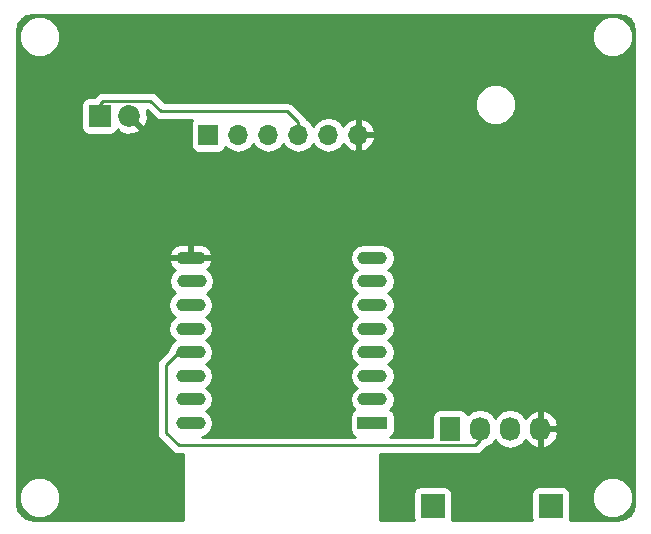
<source format=gbr>
G04 #@! TF.FileFunction,Copper,L2,Bot,Signal*
%FSLAX46Y46*%
G04 Gerber Fmt 4.6, Leading zero omitted, Abs format (unit mm)*
G04 Created by KiCad (PCBNEW 4.0.7-e2-6376~61~ubuntu18.04.1) date Sat Jun  9 20:52:15 2018*
%MOMM*%
%LPD*%
G01*
G04 APERTURE LIST*
%ADD10C,0.100000*%
%ADD11R,1.700000X1.700000*%
%ADD12O,1.700000X1.700000*%
%ADD13R,1.850000X1.850000*%
%ADD14C,1.850000*%
%ADD15R,1.998980X1.998980*%
%ADD16R,1.727200X2.032000*%
%ADD17O,1.727200X2.032000*%
%ADD18R,2.500000X1.100000*%
%ADD19O,2.500000X1.100000*%
%ADD20C,0.250000*%
%ADD21C,0.254000*%
G04 APERTURE END LIST*
D10*
D11*
X122100000Y-98700000D03*
D12*
X124640000Y-98700000D03*
X127180000Y-98700000D03*
X129720000Y-98700000D03*
X132260000Y-98700000D03*
X134800000Y-98700000D03*
D13*
X112900000Y-97100000D03*
D14*
X115400000Y-97100000D03*
D15*
X141098740Y-130100000D03*
X151101260Y-130100000D03*
D16*
X142590000Y-123600000D03*
D17*
X145130000Y-123600000D03*
X147670000Y-123600000D03*
X150210000Y-123600000D03*
D18*
X136000000Y-123100000D03*
D19*
X136000000Y-121100000D03*
X136000000Y-119100000D03*
X136000000Y-117100000D03*
X136000000Y-115100000D03*
X136000000Y-113100000D03*
X136000000Y-111100000D03*
X136000000Y-109100000D03*
X120600000Y-109100000D03*
X120700000Y-111100000D03*
X120600000Y-113100000D03*
X120600000Y-115100000D03*
X120600000Y-117100000D03*
X120600000Y-119100000D03*
X120600000Y-121100000D03*
X120600000Y-123100000D03*
D20*
X129720000Y-98700000D02*
X129720000Y-97620000D01*
X129720000Y-97620000D02*
X128800000Y-96700000D01*
X113200000Y-95800000D02*
X113300000Y-95800000D01*
X118100000Y-96700000D02*
X128800000Y-96700000D01*
X117200000Y-95800000D02*
X118100000Y-96700000D01*
X114200000Y-95800000D02*
X117200000Y-95800000D01*
X113300000Y-95800000D02*
X114200000Y-95800000D01*
X112900000Y-97100000D02*
X112900000Y-96100000D01*
X112900000Y-96100000D02*
X113200000Y-95800000D01*
X112900000Y-97100000D02*
X112900000Y-96200000D01*
X121300000Y-117100000D02*
X119600000Y-117100000D01*
X119600000Y-117100000D02*
X118500000Y-118200000D01*
X144700000Y-125000000D02*
X145130000Y-124570000D01*
X119600000Y-125000000D02*
X144700000Y-125000000D01*
X118500000Y-123900000D02*
X119600000Y-125000000D01*
X118500000Y-118200000D02*
X118500000Y-123900000D01*
X145130000Y-124570000D02*
X145130000Y-123600000D01*
D21*
G36*
X157388338Y-88621046D02*
X157802333Y-88897669D01*
X158078953Y-89311660D01*
X158190000Y-89869931D01*
X158190000Y-129930069D01*
X158078953Y-130488340D01*
X157802333Y-130902331D01*
X157388338Y-131178954D01*
X156830069Y-131290000D01*
X152709611Y-131290000D01*
X152748190Y-131099490D01*
X152748190Y-129743599D01*
X154564699Y-129743599D01*
X154828281Y-130381515D01*
X155315918Y-130870004D01*
X155953373Y-131134699D01*
X156643599Y-131135301D01*
X157281515Y-130871719D01*
X157770004Y-130384082D01*
X158034699Y-129746627D01*
X158035301Y-129056401D01*
X157771719Y-128418485D01*
X157284082Y-127929996D01*
X156646627Y-127665301D01*
X155956401Y-127664699D01*
X155318485Y-127928281D01*
X154829996Y-128415918D01*
X154565301Y-129053373D01*
X154564699Y-129743599D01*
X152748190Y-129743599D01*
X152748190Y-129100510D01*
X152703912Y-128865193D01*
X152564840Y-128649069D01*
X152352640Y-128504079D01*
X152100750Y-128453070D01*
X150101770Y-128453070D01*
X149866453Y-128497348D01*
X149650329Y-128636420D01*
X149505339Y-128848620D01*
X149454330Y-129100510D01*
X149454330Y-131099490D01*
X149490177Y-131290000D01*
X142707091Y-131290000D01*
X142745670Y-131099490D01*
X142745670Y-129100510D01*
X142701392Y-128865193D01*
X142562320Y-128649069D01*
X142350120Y-128504079D01*
X142098230Y-128453070D01*
X140099250Y-128453070D01*
X139863933Y-128497348D01*
X139647809Y-128636420D01*
X139502819Y-128848620D01*
X139451810Y-129100510D01*
X139451810Y-131099490D01*
X139487657Y-131290000D01*
X136627000Y-131290000D01*
X136627000Y-125760000D01*
X144700000Y-125760000D01*
X144990839Y-125702148D01*
X145237401Y-125537401D01*
X145581208Y-125193594D01*
X145703489Y-125169271D01*
X146189670Y-124844415D01*
X146400000Y-124529634D01*
X146610330Y-124844415D01*
X147096511Y-125169271D01*
X147670000Y-125283345D01*
X148243489Y-125169271D01*
X148729670Y-124844415D01*
X148936461Y-124534931D01*
X149307964Y-124950732D01*
X149835209Y-125204709D01*
X149850974Y-125207358D01*
X150083000Y-125086217D01*
X150083000Y-123727000D01*
X150337000Y-123727000D01*
X150337000Y-125086217D01*
X150569026Y-125207358D01*
X150584791Y-125204709D01*
X151112036Y-124950732D01*
X151501954Y-124514320D01*
X151695184Y-123961913D01*
X151550924Y-123727000D01*
X150337000Y-123727000D01*
X150083000Y-123727000D01*
X150063000Y-123727000D01*
X150063000Y-123473000D01*
X150083000Y-123473000D01*
X150083000Y-122113783D01*
X150337000Y-122113783D01*
X150337000Y-123473000D01*
X151550924Y-123473000D01*
X151695184Y-123238087D01*
X151501954Y-122685680D01*
X151112036Y-122249268D01*
X150584791Y-121995291D01*
X150569026Y-121992642D01*
X150337000Y-122113783D01*
X150083000Y-122113783D01*
X149850974Y-121992642D01*
X149835209Y-121995291D01*
X149307964Y-122249268D01*
X148936461Y-122665069D01*
X148729670Y-122355585D01*
X148243489Y-122030729D01*
X147670000Y-121916655D01*
X147096511Y-122030729D01*
X146610330Y-122355585D01*
X146400000Y-122670366D01*
X146189670Y-122355585D01*
X145703489Y-122030729D01*
X145130000Y-121916655D01*
X144556511Y-122030729D01*
X144070330Y-122355585D01*
X144060757Y-122369913D01*
X144056762Y-122348683D01*
X143917690Y-122132559D01*
X143705490Y-121987569D01*
X143453600Y-121936560D01*
X141726400Y-121936560D01*
X141491083Y-121980838D01*
X141274959Y-122119910D01*
X141129969Y-122332110D01*
X141078960Y-122584000D01*
X141078960Y-124240000D01*
X137505771Y-124240000D01*
X137701441Y-124114090D01*
X137846431Y-123901890D01*
X137897440Y-123650000D01*
X137897440Y-122550000D01*
X137853162Y-122314683D01*
X137714090Y-122098559D01*
X137526385Y-121970306D01*
X137574851Y-121937922D01*
X137831726Y-121553480D01*
X137921929Y-121100000D01*
X137831726Y-120646520D01*
X137574851Y-120262078D01*
X137332283Y-120100000D01*
X137574851Y-119937922D01*
X137831726Y-119553480D01*
X137921929Y-119100000D01*
X137831726Y-118646520D01*
X137574851Y-118262078D01*
X137332283Y-118100000D01*
X137574851Y-117937922D01*
X137831726Y-117553480D01*
X137921929Y-117100000D01*
X137831726Y-116646520D01*
X137574851Y-116262078D01*
X137332283Y-116100000D01*
X137574851Y-115937922D01*
X137831726Y-115553480D01*
X137921929Y-115100000D01*
X137831726Y-114646520D01*
X137574851Y-114262078D01*
X137332283Y-114100000D01*
X137574851Y-113937922D01*
X137831726Y-113553480D01*
X137921929Y-113100000D01*
X137831726Y-112646520D01*
X137574851Y-112262078D01*
X137332283Y-112100000D01*
X137574851Y-111937922D01*
X137831726Y-111553480D01*
X137921929Y-111100000D01*
X137831726Y-110646520D01*
X137574851Y-110262078D01*
X137332283Y-110100000D01*
X137574851Y-109937922D01*
X137831726Y-109553480D01*
X137921929Y-109100000D01*
X137831726Y-108646520D01*
X137574851Y-108262078D01*
X137190409Y-108005203D01*
X136736929Y-107915000D01*
X135263071Y-107915000D01*
X134809591Y-108005203D01*
X134425149Y-108262078D01*
X134168274Y-108646520D01*
X134078071Y-109100000D01*
X134168274Y-109553480D01*
X134425149Y-109937922D01*
X134667717Y-110100000D01*
X134425149Y-110262078D01*
X134168274Y-110646520D01*
X134078071Y-111100000D01*
X134168274Y-111553480D01*
X134425149Y-111937922D01*
X134667717Y-112100000D01*
X134425149Y-112262078D01*
X134168274Y-112646520D01*
X134078071Y-113100000D01*
X134168274Y-113553480D01*
X134425149Y-113937922D01*
X134667717Y-114100000D01*
X134425149Y-114262078D01*
X134168274Y-114646520D01*
X134078071Y-115100000D01*
X134168274Y-115553480D01*
X134425149Y-115937922D01*
X134667717Y-116100000D01*
X134425149Y-116262078D01*
X134168274Y-116646520D01*
X134078071Y-117100000D01*
X134168274Y-117553480D01*
X134425149Y-117937922D01*
X134667717Y-118100000D01*
X134425149Y-118262078D01*
X134168274Y-118646520D01*
X134078071Y-119100000D01*
X134168274Y-119553480D01*
X134425149Y-119937922D01*
X134667717Y-120100000D01*
X134425149Y-120262078D01*
X134168274Y-120646520D01*
X134078071Y-121100000D01*
X134168274Y-121553480D01*
X134425149Y-121937922D01*
X134475871Y-121971813D01*
X134298559Y-122085910D01*
X134153569Y-122298110D01*
X134102560Y-122550000D01*
X134102560Y-123650000D01*
X134146838Y-123885317D01*
X134285910Y-124101441D01*
X134488698Y-124240000D01*
X121563159Y-124240000D01*
X121790409Y-124194797D01*
X122174851Y-123937922D01*
X122431726Y-123553480D01*
X122521929Y-123100000D01*
X122431726Y-122646520D01*
X122174851Y-122262078D01*
X121932283Y-122100000D01*
X122174851Y-121937922D01*
X122431726Y-121553480D01*
X122521929Y-121100000D01*
X122431726Y-120646520D01*
X122174851Y-120262078D01*
X121932283Y-120100000D01*
X122174851Y-119937922D01*
X122431726Y-119553480D01*
X122521929Y-119100000D01*
X122431726Y-118646520D01*
X122174851Y-118262078D01*
X121932283Y-118100000D01*
X122174851Y-117937922D01*
X122431726Y-117553480D01*
X122521929Y-117100000D01*
X122431726Y-116646520D01*
X122174851Y-116262078D01*
X121932283Y-116100000D01*
X122174851Y-115937922D01*
X122431726Y-115553480D01*
X122521929Y-115100000D01*
X122431726Y-114646520D01*
X122174851Y-114262078D01*
X121932283Y-114100000D01*
X122174851Y-113937922D01*
X122431726Y-113553480D01*
X122521929Y-113100000D01*
X122431726Y-112646520D01*
X122174851Y-112262078D01*
X121982283Y-112133409D01*
X122274851Y-111937922D01*
X122531726Y-111553480D01*
X122621929Y-111100000D01*
X122531726Y-110646520D01*
X122274851Y-110262078D01*
X121973309Y-110060595D01*
X122227724Y-109848118D01*
X122443398Y-109436146D01*
X122443803Y-109409744D01*
X122318361Y-109227000D01*
X120727000Y-109227000D01*
X120727000Y-109247000D01*
X120473000Y-109247000D01*
X120473000Y-109227000D01*
X118881639Y-109227000D01*
X118756197Y-109409744D01*
X118756602Y-109436146D01*
X118972276Y-109848118D01*
X119315583Y-110134835D01*
X119125149Y-110262078D01*
X118868274Y-110646520D01*
X118778071Y-111100000D01*
X118868274Y-111553480D01*
X119125149Y-111937922D01*
X119317717Y-112066591D01*
X119025149Y-112262078D01*
X118768274Y-112646520D01*
X118678071Y-113100000D01*
X118768274Y-113553480D01*
X119025149Y-113937922D01*
X119267717Y-114100000D01*
X119025149Y-114262078D01*
X118768274Y-114646520D01*
X118678071Y-115100000D01*
X118768274Y-115553480D01*
X119025149Y-115937922D01*
X119267717Y-116100000D01*
X119025149Y-116262078D01*
X118768274Y-116646520D01*
X118716030Y-116909168D01*
X117962599Y-117662599D01*
X117797852Y-117909161D01*
X117740000Y-118200000D01*
X117740000Y-123900000D01*
X117797852Y-124190839D01*
X117962599Y-124437401D01*
X119062599Y-125537401D01*
X119309161Y-125702148D01*
X119600000Y-125760000D01*
X119973000Y-125760000D01*
X119973000Y-131290000D01*
X107269931Y-131290000D01*
X106711660Y-131178953D01*
X106297669Y-130902333D01*
X106021046Y-130488338D01*
X105910000Y-129930069D01*
X105910000Y-129743599D01*
X106064699Y-129743599D01*
X106328281Y-130381515D01*
X106815918Y-130870004D01*
X107453373Y-131134699D01*
X108143599Y-131135301D01*
X108781515Y-130871719D01*
X109270004Y-130384082D01*
X109534699Y-129746627D01*
X109535301Y-129056401D01*
X109271719Y-128418485D01*
X108784082Y-127929996D01*
X108146627Y-127665301D01*
X107456401Y-127664699D01*
X106818485Y-127928281D01*
X106329996Y-128415918D01*
X106065301Y-129053373D01*
X106064699Y-129743599D01*
X105910000Y-129743599D01*
X105910000Y-108790256D01*
X118756197Y-108790256D01*
X118881639Y-108973000D01*
X120473000Y-108973000D01*
X120473000Y-107915000D01*
X120727000Y-107915000D01*
X120727000Y-108973000D01*
X122318361Y-108973000D01*
X122443803Y-108790256D01*
X122443398Y-108763854D01*
X122227724Y-108351882D01*
X121870813Y-108053804D01*
X121427000Y-107915000D01*
X120727000Y-107915000D01*
X120473000Y-107915000D01*
X119773000Y-107915000D01*
X119329187Y-108053804D01*
X118972276Y-108351882D01*
X118756602Y-108763854D01*
X118756197Y-108790256D01*
X105910000Y-108790256D01*
X105910000Y-96175000D01*
X111327560Y-96175000D01*
X111327560Y-98025000D01*
X111371838Y-98260317D01*
X111510910Y-98476441D01*
X111723110Y-98621431D01*
X111975000Y-98672440D01*
X113825000Y-98672440D01*
X114060317Y-98628162D01*
X114276441Y-98489090D01*
X114421431Y-98276890D01*
X114426183Y-98253425D01*
X114481350Y-98198258D01*
X114570821Y-98457332D01*
X115153368Y-98671325D01*
X115773461Y-98646097D01*
X116229179Y-98457332D01*
X116318651Y-98198256D01*
X115400000Y-97279605D01*
X115385858Y-97293748D01*
X115206253Y-97114143D01*
X115220395Y-97100000D01*
X115206253Y-97085858D01*
X115385858Y-96906253D01*
X115400000Y-96920395D01*
X115414143Y-96906253D01*
X115593748Y-97085858D01*
X115579605Y-97100000D01*
X116498256Y-98018651D01*
X116757332Y-97929179D01*
X116971325Y-97346632D01*
X116946097Y-96726539D01*
X116877114Y-96560000D01*
X116885198Y-96560000D01*
X117562599Y-97237401D01*
X117809160Y-97402148D01*
X118100000Y-97460000D01*
X120747935Y-97460000D01*
X120653569Y-97598110D01*
X120602560Y-97850000D01*
X120602560Y-99550000D01*
X120646838Y-99785317D01*
X120785910Y-100001441D01*
X120998110Y-100146431D01*
X121250000Y-100197440D01*
X122950000Y-100197440D01*
X123185317Y-100153162D01*
X123401441Y-100014090D01*
X123546431Y-99801890D01*
X123560086Y-99734459D01*
X123589946Y-99779147D01*
X124071715Y-100101054D01*
X124640000Y-100214093D01*
X125208285Y-100101054D01*
X125690054Y-99779147D01*
X125910000Y-99449974D01*
X126129946Y-99779147D01*
X126611715Y-100101054D01*
X127180000Y-100214093D01*
X127748285Y-100101054D01*
X128230054Y-99779147D01*
X128450000Y-99449974D01*
X128669946Y-99779147D01*
X129151715Y-100101054D01*
X129720000Y-100214093D01*
X130288285Y-100101054D01*
X130770054Y-99779147D01*
X130990000Y-99449974D01*
X131209946Y-99779147D01*
X131691715Y-100101054D01*
X132260000Y-100214093D01*
X132828285Y-100101054D01*
X133310054Y-99779147D01*
X133537702Y-99438447D01*
X133604817Y-99581358D01*
X134033076Y-99971645D01*
X134443110Y-100141476D01*
X134673000Y-100020155D01*
X134673000Y-98827000D01*
X134927000Y-98827000D01*
X134927000Y-100020155D01*
X135156890Y-100141476D01*
X135566924Y-99971645D01*
X135995183Y-99581358D01*
X136241486Y-99056892D01*
X136120819Y-98827000D01*
X134927000Y-98827000D01*
X134673000Y-98827000D01*
X134653000Y-98827000D01*
X134653000Y-98573000D01*
X134673000Y-98573000D01*
X134673000Y-97379845D01*
X134927000Y-97379845D01*
X134927000Y-98573000D01*
X136120819Y-98573000D01*
X136241486Y-98343108D01*
X135995183Y-97818642D01*
X135566924Y-97428355D01*
X135156890Y-97258524D01*
X134927000Y-97379845D01*
X134673000Y-97379845D01*
X134443110Y-97258524D01*
X134033076Y-97428355D01*
X133604817Y-97818642D01*
X133537702Y-97961553D01*
X133310054Y-97620853D01*
X132828285Y-97298946D01*
X132260000Y-97185907D01*
X131691715Y-97298946D01*
X131209946Y-97620853D01*
X130990000Y-97950026D01*
X130770054Y-97620853D01*
X130435735Y-97397469D01*
X130422148Y-97329161D01*
X130422148Y-97329160D01*
X130257401Y-97082599D01*
X129618401Y-96443599D01*
X144664699Y-96443599D01*
X144928281Y-97081515D01*
X145415918Y-97570004D01*
X146053373Y-97834699D01*
X146743599Y-97835301D01*
X147381515Y-97571719D01*
X147870004Y-97084082D01*
X148134699Y-96446627D01*
X148135301Y-95756401D01*
X147871719Y-95118485D01*
X147384082Y-94629996D01*
X146746627Y-94365301D01*
X146056401Y-94364699D01*
X145418485Y-94628281D01*
X144929996Y-95115918D01*
X144665301Y-95753373D01*
X144664699Y-96443599D01*
X129618401Y-96443599D01*
X129337401Y-96162599D01*
X129090839Y-95997852D01*
X128800000Y-95940000D01*
X118414802Y-95940000D01*
X117737401Y-95262599D01*
X117490839Y-95097852D01*
X117200000Y-95040000D01*
X113200000Y-95040000D01*
X112909161Y-95097852D01*
X112662599Y-95262599D01*
X112397638Y-95527560D01*
X111975000Y-95527560D01*
X111739683Y-95571838D01*
X111523559Y-95710910D01*
X111378569Y-95923110D01*
X111327560Y-96175000D01*
X105910000Y-96175000D01*
X105910000Y-90743599D01*
X106064699Y-90743599D01*
X106328281Y-91381515D01*
X106815918Y-91870004D01*
X107453373Y-92134699D01*
X108143599Y-92135301D01*
X108781515Y-91871719D01*
X109270004Y-91384082D01*
X109534699Y-90746627D01*
X109534701Y-90743599D01*
X154564699Y-90743599D01*
X154828281Y-91381515D01*
X155315918Y-91870004D01*
X155953373Y-92134699D01*
X156643599Y-92135301D01*
X157281515Y-91871719D01*
X157770004Y-91384082D01*
X158034699Y-90746627D01*
X158035301Y-90056401D01*
X157771719Y-89418485D01*
X157284082Y-88929996D01*
X156646627Y-88665301D01*
X155956401Y-88664699D01*
X155318485Y-88928281D01*
X154829996Y-89415918D01*
X154565301Y-90053373D01*
X154564699Y-90743599D01*
X109534701Y-90743599D01*
X109535301Y-90056401D01*
X109271719Y-89418485D01*
X108784082Y-88929996D01*
X108146627Y-88665301D01*
X107456401Y-88664699D01*
X106818485Y-88928281D01*
X106329996Y-89415918D01*
X106065301Y-90053373D01*
X106064699Y-90743599D01*
X105910000Y-90743599D01*
X105910000Y-89869931D01*
X106021046Y-89311662D01*
X106297669Y-88897667D01*
X106711660Y-88621047D01*
X107269931Y-88510000D01*
X156830069Y-88510000D01*
X157388338Y-88621046D01*
X157388338Y-88621046D01*
G37*
X157388338Y-88621046D02*
X157802333Y-88897669D01*
X158078953Y-89311660D01*
X158190000Y-89869931D01*
X158190000Y-129930069D01*
X158078953Y-130488340D01*
X157802333Y-130902331D01*
X157388338Y-131178954D01*
X156830069Y-131290000D01*
X152709611Y-131290000D01*
X152748190Y-131099490D01*
X152748190Y-129743599D01*
X154564699Y-129743599D01*
X154828281Y-130381515D01*
X155315918Y-130870004D01*
X155953373Y-131134699D01*
X156643599Y-131135301D01*
X157281515Y-130871719D01*
X157770004Y-130384082D01*
X158034699Y-129746627D01*
X158035301Y-129056401D01*
X157771719Y-128418485D01*
X157284082Y-127929996D01*
X156646627Y-127665301D01*
X155956401Y-127664699D01*
X155318485Y-127928281D01*
X154829996Y-128415918D01*
X154565301Y-129053373D01*
X154564699Y-129743599D01*
X152748190Y-129743599D01*
X152748190Y-129100510D01*
X152703912Y-128865193D01*
X152564840Y-128649069D01*
X152352640Y-128504079D01*
X152100750Y-128453070D01*
X150101770Y-128453070D01*
X149866453Y-128497348D01*
X149650329Y-128636420D01*
X149505339Y-128848620D01*
X149454330Y-129100510D01*
X149454330Y-131099490D01*
X149490177Y-131290000D01*
X142707091Y-131290000D01*
X142745670Y-131099490D01*
X142745670Y-129100510D01*
X142701392Y-128865193D01*
X142562320Y-128649069D01*
X142350120Y-128504079D01*
X142098230Y-128453070D01*
X140099250Y-128453070D01*
X139863933Y-128497348D01*
X139647809Y-128636420D01*
X139502819Y-128848620D01*
X139451810Y-129100510D01*
X139451810Y-131099490D01*
X139487657Y-131290000D01*
X136627000Y-131290000D01*
X136627000Y-125760000D01*
X144700000Y-125760000D01*
X144990839Y-125702148D01*
X145237401Y-125537401D01*
X145581208Y-125193594D01*
X145703489Y-125169271D01*
X146189670Y-124844415D01*
X146400000Y-124529634D01*
X146610330Y-124844415D01*
X147096511Y-125169271D01*
X147670000Y-125283345D01*
X148243489Y-125169271D01*
X148729670Y-124844415D01*
X148936461Y-124534931D01*
X149307964Y-124950732D01*
X149835209Y-125204709D01*
X149850974Y-125207358D01*
X150083000Y-125086217D01*
X150083000Y-123727000D01*
X150337000Y-123727000D01*
X150337000Y-125086217D01*
X150569026Y-125207358D01*
X150584791Y-125204709D01*
X151112036Y-124950732D01*
X151501954Y-124514320D01*
X151695184Y-123961913D01*
X151550924Y-123727000D01*
X150337000Y-123727000D01*
X150083000Y-123727000D01*
X150063000Y-123727000D01*
X150063000Y-123473000D01*
X150083000Y-123473000D01*
X150083000Y-122113783D01*
X150337000Y-122113783D01*
X150337000Y-123473000D01*
X151550924Y-123473000D01*
X151695184Y-123238087D01*
X151501954Y-122685680D01*
X151112036Y-122249268D01*
X150584791Y-121995291D01*
X150569026Y-121992642D01*
X150337000Y-122113783D01*
X150083000Y-122113783D01*
X149850974Y-121992642D01*
X149835209Y-121995291D01*
X149307964Y-122249268D01*
X148936461Y-122665069D01*
X148729670Y-122355585D01*
X148243489Y-122030729D01*
X147670000Y-121916655D01*
X147096511Y-122030729D01*
X146610330Y-122355585D01*
X146400000Y-122670366D01*
X146189670Y-122355585D01*
X145703489Y-122030729D01*
X145130000Y-121916655D01*
X144556511Y-122030729D01*
X144070330Y-122355585D01*
X144060757Y-122369913D01*
X144056762Y-122348683D01*
X143917690Y-122132559D01*
X143705490Y-121987569D01*
X143453600Y-121936560D01*
X141726400Y-121936560D01*
X141491083Y-121980838D01*
X141274959Y-122119910D01*
X141129969Y-122332110D01*
X141078960Y-122584000D01*
X141078960Y-124240000D01*
X137505771Y-124240000D01*
X137701441Y-124114090D01*
X137846431Y-123901890D01*
X137897440Y-123650000D01*
X137897440Y-122550000D01*
X137853162Y-122314683D01*
X137714090Y-122098559D01*
X137526385Y-121970306D01*
X137574851Y-121937922D01*
X137831726Y-121553480D01*
X137921929Y-121100000D01*
X137831726Y-120646520D01*
X137574851Y-120262078D01*
X137332283Y-120100000D01*
X137574851Y-119937922D01*
X137831726Y-119553480D01*
X137921929Y-119100000D01*
X137831726Y-118646520D01*
X137574851Y-118262078D01*
X137332283Y-118100000D01*
X137574851Y-117937922D01*
X137831726Y-117553480D01*
X137921929Y-117100000D01*
X137831726Y-116646520D01*
X137574851Y-116262078D01*
X137332283Y-116100000D01*
X137574851Y-115937922D01*
X137831726Y-115553480D01*
X137921929Y-115100000D01*
X137831726Y-114646520D01*
X137574851Y-114262078D01*
X137332283Y-114100000D01*
X137574851Y-113937922D01*
X137831726Y-113553480D01*
X137921929Y-113100000D01*
X137831726Y-112646520D01*
X137574851Y-112262078D01*
X137332283Y-112100000D01*
X137574851Y-111937922D01*
X137831726Y-111553480D01*
X137921929Y-111100000D01*
X137831726Y-110646520D01*
X137574851Y-110262078D01*
X137332283Y-110100000D01*
X137574851Y-109937922D01*
X137831726Y-109553480D01*
X137921929Y-109100000D01*
X137831726Y-108646520D01*
X137574851Y-108262078D01*
X137190409Y-108005203D01*
X136736929Y-107915000D01*
X135263071Y-107915000D01*
X134809591Y-108005203D01*
X134425149Y-108262078D01*
X134168274Y-108646520D01*
X134078071Y-109100000D01*
X134168274Y-109553480D01*
X134425149Y-109937922D01*
X134667717Y-110100000D01*
X134425149Y-110262078D01*
X134168274Y-110646520D01*
X134078071Y-111100000D01*
X134168274Y-111553480D01*
X134425149Y-111937922D01*
X134667717Y-112100000D01*
X134425149Y-112262078D01*
X134168274Y-112646520D01*
X134078071Y-113100000D01*
X134168274Y-113553480D01*
X134425149Y-113937922D01*
X134667717Y-114100000D01*
X134425149Y-114262078D01*
X134168274Y-114646520D01*
X134078071Y-115100000D01*
X134168274Y-115553480D01*
X134425149Y-115937922D01*
X134667717Y-116100000D01*
X134425149Y-116262078D01*
X134168274Y-116646520D01*
X134078071Y-117100000D01*
X134168274Y-117553480D01*
X134425149Y-117937922D01*
X134667717Y-118100000D01*
X134425149Y-118262078D01*
X134168274Y-118646520D01*
X134078071Y-119100000D01*
X134168274Y-119553480D01*
X134425149Y-119937922D01*
X134667717Y-120100000D01*
X134425149Y-120262078D01*
X134168274Y-120646520D01*
X134078071Y-121100000D01*
X134168274Y-121553480D01*
X134425149Y-121937922D01*
X134475871Y-121971813D01*
X134298559Y-122085910D01*
X134153569Y-122298110D01*
X134102560Y-122550000D01*
X134102560Y-123650000D01*
X134146838Y-123885317D01*
X134285910Y-124101441D01*
X134488698Y-124240000D01*
X121563159Y-124240000D01*
X121790409Y-124194797D01*
X122174851Y-123937922D01*
X122431726Y-123553480D01*
X122521929Y-123100000D01*
X122431726Y-122646520D01*
X122174851Y-122262078D01*
X121932283Y-122100000D01*
X122174851Y-121937922D01*
X122431726Y-121553480D01*
X122521929Y-121100000D01*
X122431726Y-120646520D01*
X122174851Y-120262078D01*
X121932283Y-120100000D01*
X122174851Y-119937922D01*
X122431726Y-119553480D01*
X122521929Y-119100000D01*
X122431726Y-118646520D01*
X122174851Y-118262078D01*
X121932283Y-118100000D01*
X122174851Y-117937922D01*
X122431726Y-117553480D01*
X122521929Y-117100000D01*
X122431726Y-116646520D01*
X122174851Y-116262078D01*
X121932283Y-116100000D01*
X122174851Y-115937922D01*
X122431726Y-115553480D01*
X122521929Y-115100000D01*
X122431726Y-114646520D01*
X122174851Y-114262078D01*
X121932283Y-114100000D01*
X122174851Y-113937922D01*
X122431726Y-113553480D01*
X122521929Y-113100000D01*
X122431726Y-112646520D01*
X122174851Y-112262078D01*
X121982283Y-112133409D01*
X122274851Y-111937922D01*
X122531726Y-111553480D01*
X122621929Y-111100000D01*
X122531726Y-110646520D01*
X122274851Y-110262078D01*
X121973309Y-110060595D01*
X122227724Y-109848118D01*
X122443398Y-109436146D01*
X122443803Y-109409744D01*
X122318361Y-109227000D01*
X120727000Y-109227000D01*
X120727000Y-109247000D01*
X120473000Y-109247000D01*
X120473000Y-109227000D01*
X118881639Y-109227000D01*
X118756197Y-109409744D01*
X118756602Y-109436146D01*
X118972276Y-109848118D01*
X119315583Y-110134835D01*
X119125149Y-110262078D01*
X118868274Y-110646520D01*
X118778071Y-111100000D01*
X118868274Y-111553480D01*
X119125149Y-111937922D01*
X119317717Y-112066591D01*
X119025149Y-112262078D01*
X118768274Y-112646520D01*
X118678071Y-113100000D01*
X118768274Y-113553480D01*
X119025149Y-113937922D01*
X119267717Y-114100000D01*
X119025149Y-114262078D01*
X118768274Y-114646520D01*
X118678071Y-115100000D01*
X118768274Y-115553480D01*
X119025149Y-115937922D01*
X119267717Y-116100000D01*
X119025149Y-116262078D01*
X118768274Y-116646520D01*
X118716030Y-116909168D01*
X117962599Y-117662599D01*
X117797852Y-117909161D01*
X117740000Y-118200000D01*
X117740000Y-123900000D01*
X117797852Y-124190839D01*
X117962599Y-124437401D01*
X119062599Y-125537401D01*
X119309161Y-125702148D01*
X119600000Y-125760000D01*
X119973000Y-125760000D01*
X119973000Y-131290000D01*
X107269931Y-131290000D01*
X106711660Y-131178953D01*
X106297669Y-130902333D01*
X106021046Y-130488338D01*
X105910000Y-129930069D01*
X105910000Y-129743599D01*
X106064699Y-129743599D01*
X106328281Y-130381515D01*
X106815918Y-130870004D01*
X107453373Y-131134699D01*
X108143599Y-131135301D01*
X108781515Y-130871719D01*
X109270004Y-130384082D01*
X109534699Y-129746627D01*
X109535301Y-129056401D01*
X109271719Y-128418485D01*
X108784082Y-127929996D01*
X108146627Y-127665301D01*
X107456401Y-127664699D01*
X106818485Y-127928281D01*
X106329996Y-128415918D01*
X106065301Y-129053373D01*
X106064699Y-129743599D01*
X105910000Y-129743599D01*
X105910000Y-108790256D01*
X118756197Y-108790256D01*
X118881639Y-108973000D01*
X120473000Y-108973000D01*
X120473000Y-107915000D01*
X120727000Y-107915000D01*
X120727000Y-108973000D01*
X122318361Y-108973000D01*
X122443803Y-108790256D01*
X122443398Y-108763854D01*
X122227724Y-108351882D01*
X121870813Y-108053804D01*
X121427000Y-107915000D01*
X120727000Y-107915000D01*
X120473000Y-107915000D01*
X119773000Y-107915000D01*
X119329187Y-108053804D01*
X118972276Y-108351882D01*
X118756602Y-108763854D01*
X118756197Y-108790256D01*
X105910000Y-108790256D01*
X105910000Y-96175000D01*
X111327560Y-96175000D01*
X111327560Y-98025000D01*
X111371838Y-98260317D01*
X111510910Y-98476441D01*
X111723110Y-98621431D01*
X111975000Y-98672440D01*
X113825000Y-98672440D01*
X114060317Y-98628162D01*
X114276441Y-98489090D01*
X114421431Y-98276890D01*
X114426183Y-98253425D01*
X114481350Y-98198258D01*
X114570821Y-98457332D01*
X115153368Y-98671325D01*
X115773461Y-98646097D01*
X116229179Y-98457332D01*
X116318651Y-98198256D01*
X115400000Y-97279605D01*
X115385858Y-97293748D01*
X115206253Y-97114143D01*
X115220395Y-97100000D01*
X115206253Y-97085858D01*
X115385858Y-96906253D01*
X115400000Y-96920395D01*
X115414143Y-96906253D01*
X115593748Y-97085858D01*
X115579605Y-97100000D01*
X116498256Y-98018651D01*
X116757332Y-97929179D01*
X116971325Y-97346632D01*
X116946097Y-96726539D01*
X116877114Y-96560000D01*
X116885198Y-96560000D01*
X117562599Y-97237401D01*
X117809160Y-97402148D01*
X118100000Y-97460000D01*
X120747935Y-97460000D01*
X120653569Y-97598110D01*
X120602560Y-97850000D01*
X120602560Y-99550000D01*
X120646838Y-99785317D01*
X120785910Y-100001441D01*
X120998110Y-100146431D01*
X121250000Y-100197440D01*
X122950000Y-100197440D01*
X123185317Y-100153162D01*
X123401441Y-100014090D01*
X123546431Y-99801890D01*
X123560086Y-99734459D01*
X123589946Y-99779147D01*
X124071715Y-100101054D01*
X124640000Y-100214093D01*
X125208285Y-100101054D01*
X125690054Y-99779147D01*
X125910000Y-99449974D01*
X126129946Y-99779147D01*
X126611715Y-100101054D01*
X127180000Y-100214093D01*
X127748285Y-100101054D01*
X128230054Y-99779147D01*
X128450000Y-99449974D01*
X128669946Y-99779147D01*
X129151715Y-100101054D01*
X129720000Y-100214093D01*
X130288285Y-100101054D01*
X130770054Y-99779147D01*
X130990000Y-99449974D01*
X131209946Y-99779147D01*
X131691715Y-100101054D01*
X132260000Y-100214093D01*
X132828285Y-100101054D01*
X133310054Y-99779147D01*
X133537702Y-99438447D01*
X133604817Y-99581358D01*
X134033076Y-99971645D01*
X134443110Y-100141476D01*
X134673000Y-100020155D01*
X134673000Y-98827000D01*
X134927000Y-98827000D01*
X134927000Y-100020155D01*
X135156890Y-100141476D01*
X135566924Y-99971645D01*
X135995183Y-99581358D01*
X136241486Y-99056892D01*
X136120819Y-98827000D01*
X134927000Y-98827000D01*
X134673000Y-98827000D01*
X134653000Y-98827000D01*
X134653000Y-98573000D01*
X134673000Y-98573000D01*
X134673000Y-97379845D01*
X134927000Y-97379845D01*
X134927000Y-98573000D01*
X136120819Y-98573000D01*
X136241486Y-98343108D01*
X135995183Y-97818642D01*
X135566924Y-97428355D01*
X135156890Y-97258524D01*
X134927000Y-97379845D01*
X134673000Y-97379845D01*
X134443110Y-97258524D01*
X134033076Y-97428355D01*
X133604817Y-97818642D01*
X133537702Y-97961553D01*
X133310054Y-97620853D01*
X132828285Y-97298946D01*
X132260000Y-97185907D01*
X131691715Y-97298946D01*
X131209946Y-97620853D01*
X130990000Y-97950026D01*
X130770054Y-97620853D01*
X130435735Y-97397469D01*
X130422148Y-97329161D01*
X130422148Y-97329160D01*
X130257401Y-97082599D01*
X129618401Y-96443599D01*
X144664699Y-96443599D01*
X144928281Y-97081515D01*
X145415918Y-97570004D01*
X146053373Y-97834699D01*
X146743599Y-97835301D01*
X147381515Y-97571719D01*
X147870004Y-97084082D01*
X148134699Y-96446627D01*
X148135301Y-95756401D01*
X147871719Y-95118485D01*
X147384082Y-94629996D01*
X146746627Y-94365301D01*
X146056401Y-94364699D01*
X145418485Y-94628281D01*
X144929996Y-95115918D01*
X144665301Y-95753373D01*
X144664699Y-96443599D01*
X129618401Y-96443599D01*
X129337401Y-96162599D01*
X129090839Y-95997852D01*
X128800000Y-95940000D01*
X118414802Y-95940000D01*
X117737401Y-95262599D01*
X117490839Y-95097852D01*
X117200000Y-95040000D01*
X113200000Y-95040000D01*
X112909161Y-95097852D01*
X112662599Y-95262599D01*
X112397638Y-95527560D01*
X111975000Y-95527560D01*
X111739683Y-95571838D01*
X111523559Y-95710910D01*
X111378569Y-95923110D01*
X111327560Y-96175000D01*
X105910000Y-96175000D01*
X105910000Y-90743599D01*
X106064699Y-90743599D01*
X106328281Y-91381515D01*
X106815918Y-91870004D01*
X107453373Y-92134699D01*
X108143599Y-92135301D01*
X108781515Y-91871719D01*
X109270004Y-91384082D01*
X109534699Y-90746627D01*
X109534701Y-90743599D01*
X154564699Y-90743599D01*
X154828281Y-91381515D01*
X155315918Y-91870004D01*
X155953373Y-92134699D01*
X156643599Y-92135301D01*
X157281515Y-91871719D01*
X157770004Y-91384082D01*
X158034699Y-90746627D01*
X158035301Y-90056401D01*
X157771719Y-89418485D01*
X157284082Y-88929996D01*
X156646627Y-88665301D01*
X155956401Y-88664699D01*
X155318485Y-88928281D01*
X154829996Y-89415918D01*
X154565301Y-90053373D01*
X154564699Y-90743599D01*
X109534701Y-90743599D01*
X109535301Y-90056401D01*
X109271719Y-89418485D01*
X108784082Y-88929996D01*
X108146627Y-88665301D01*
X107456401Y-88664699D01*
X106818485Y-88928281D01*
X106329996Y-89415918D01*
X106065301Y-90053373D01*
X106064699Y-90743599D01*
X105910000Y-90743599D01*
X105910000Y-89869931D01*
X106021046Y-89311662D01*
X106297669Y-88897667D01*
X106711660Y-88621047D01*
X107269931Y-88510000D01*
X156830069Y-88510000D01*
X157388338Y-88621046D01*
M02*

</source>
